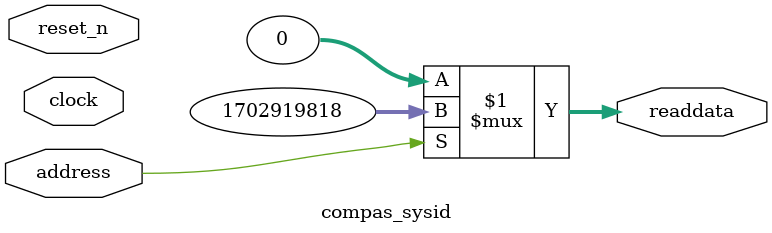
<source format=v>



// synthesis translate_off
`timescale 1ns / 1ps
// synthesis translate_on

// turn off superfluous verilog processor warnings 
// altera message_level Level1 
// altera message_off 10034 10035 10036 10037 10230 10240 10030 

module compas_sysid (
               // inputs:
                address,
                clock,
                reset_n,

               // outputs:
                readdata
             )
;

  output  [ 31: 0] readdata;
  input            address;
  input            clock;
  input            reset_n;

  wire    [ 31: 0] readdata;
  //control_slave, which is an e_avalon_slave
  assign readdata = address ? 1702919818 : 0;

endmodule



</source>
